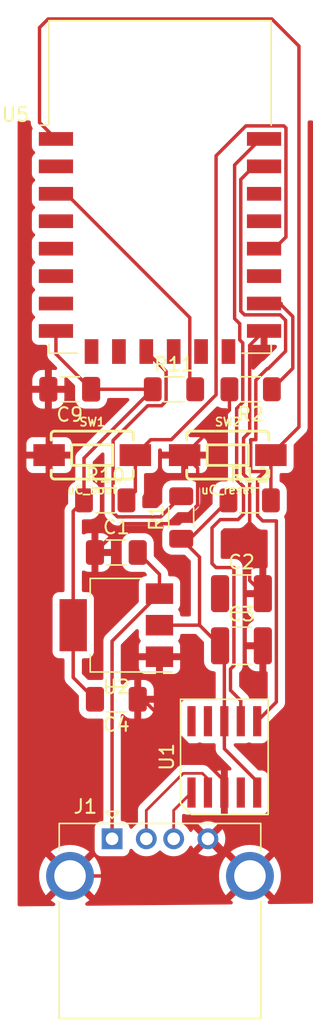
<source format=kicad_pcb>
(kicad_pcb (version 20211014) (generator pcbnew)
  (layers (0 "F.Cu" signal) (31 "B.Cu" signal) (34 "B.Paste" user) (35 "F.Paste" user) (36 "B.SilkS" user "B.Silkscreen") (37 "F.SilkS" user "F.Silkscreen") (38 "B.Mask" user) (39 "F.Mask" user) (44 "Edge.Cuts" user))
  (net 0 "")
  (net 1 "GND")
  (net 2 "Net-(R1-Pad2)")
  (net 3 "Net-(R2-Pad1)")
  (net 5 "+3V3")
  (net 6 "+5V")
  (net 7 "uC_reset")
  (net 12 "uC_boot")
  (net 13 "uC_RX")
  (net 14 "uC_TX")
  (net 18 "D+")
  (net 19 "D-")
  (net 24 "Net-(R11-Pad2)")
  (footprint "Resistor_SMD:R_1206_3216Metric_Pad1.30x1.75mm_HandSolder" (layer "F.Cu") (at 79.3 81)
    (fp_text reference "R10" (at 0 -1.82) (layer "F.SilkS"))
    (fp_text value "10k")
    (fp_line (start -0.727064 -0.91) (end 0.727064 -0.91) (layer "F.SilkS") (width 0.12))
    (fp_line (start -0.727064 0.91) (end 0.727064 0.91) (layer "F.SilkS") (width 0.12))
    (pad "1" smd roundrect (at -1.55 0) (size 1.3 1.75) (layers "F.Cu" "F.Paste" "F.Mask") (roundrect_rratio 0.192308) (net 5 "+3V3"))
    (pad "2" smd roundrect (at 1.55 0) (size 1.3 1.75) (layers "F.Cu" "F.Paste" "F.Mask") (roundrect_rratio 0.192308) (net 12 "uC_boot"))
  )
  (footprint "Capacitor_SMD:C_1206_3216Metric_Pad1.33x1.80mm_HandSolder" (layer "F.Cu") (at 80.111488 84.8)
    (fp_text reference "C1" (at 0 -1.85) (layer "F.SilkS"))
    (fp_text value "22nF")
    (fp_line (start -0.711252 0.91) (end 0.711252 0.91) (layer "F.SilkS") (width 0.12))
    (fp_line (start -0.711252 -0.91) (end 0.711252 -0.91) (layer "F.SilkS") (width 0.12))
    (pad "1" smd roundrect (at -1.5625 0) (size 1.325 1.8) (layers "F.Cu" "F.Paste" "F.Mask") (roundrect_rratio 0.188679) (net 1 "GND"))
    (pad "2" smd roundrect (at 1.5625 0) (size 1.325 1.8) (layers "F.Cu" "F.Paste" "F.Mask") (roundrect_rratio 0.188679) (net 6 "+5V"))
  )
  (footprint "Capacitor_SMD:C_1206_3216Metric_Pad1.33x1.80mm_HandSolder" (layer "F.Cu") (at 80.111488 95.5 180)
    (fp_text reference "C4" (at 0 -1.85) (layer "F.SilkS"))
    (fp_text value "22nF")
    (fp_line (start -0.711252 -0.91) (end 0.711252 -0.91) (layer "F.SilkS") (width 0.12))
    (fp_line (start -0.711252 0.91) (end 0.711252 0.91) (layer "F.SilkS") (width 0.12))
    (pad "1" smd roundrect (at -1.5625 0 180) (size 1.325 1.8) (layers "F.Cu" "F.Paste" "F.Mask") (roundrect_rratio 0.188679) (net 1 "GND"))
    (pad "2" smd roundrect (at 1.5625 0 180) (size 1.325 1.8) (layers "F.Cu" "F.Paste" "F.Mask") (roundrect_rratio 0.188679) (net 5 "+3V3"))
  )
  (footprint "Capacitor_SMD:C_1210_3225Metric_Pad1.33x2.70mm_HandSolder" (layer "F.Cu") (at 89.248988 91.6)
    (fp_text reference "C3" (at 0 -2.3) (layer "F.SilkS"))
    (fp_text value "100nF")
    (fp_line (start -0.711252 -1.36) (end 0.711252 -1.36) (layer "F.SilkS") (width 0.12))
    (fp_line (start -0.711252 1.36) (end 0.711252 1.36) (layer "F.SilkS") (width 0.12))
    (pad "1" smd roundrect (at -1.5625 0) (size 1.325 2.7) (layers "F.Cu" "F.Paste" "F.Mask") (roundrect_rratio 0.188679) (net 5 "+3V3"))
    (pad "2" smd roundrect (at 1.5625 0) (size 1.325 2.7) (layers "F.Cu" "F.Paste" "F.Mask") (roundrect_rratio 0.188679) (net 1 "GND"))
  )
  (footprint "Resistor_SMD:R_1206_3216Metric_Pad1.30x1.75mm_HandSolder" (layer "F.Cu") (at 89.92125 72.9 180)
    (fp_text reference "R2" (at 0 -1.82) (layer "F.SilkS"))
    (fp_text value "10K")
    (fp_line (start -0.727064 0.91) (end 0.727064 0.91) (layer "F.SilkS") (width 0.12))
    (fp_line (start -0.727064 -0.91) (end 0.727064 -0.91) (layer "F.SilkS") (width 0.12))
    (pad "1" smd roundrect (at -1.55 0 180) (size 1.3 1.75) (layers "F.Cu" "F.Paste" "F.Mask") (roundrect_rratio 0.192308) (net 3 "Net-(R2-Pad1)"))
    (pad "2" smd roundrect (at 1.55 0 180) (size 1.3 1.75) (layers "F.Cu" "F.Paste" "F.Mask") (roundrect_rratio 0.192308) (net 1 "GND"))
  )
  (footprint "RF_Module:ESP-12E" (layer "F.Cu") (at 83.3 58.15)
    (fp_text reference "U5" (at -10.56 -5.26) (layer "F.SilkS"))
    (fp_text value "ESP-12F")
    (fp_line (start -8.12 -4.5) (end -8.73 -4.5) (layer "F.SilkS") (width 0.12))
    (fp_line (start 8.12 -12.12) (end 8.12 -4.5) (layer "F.SilkS") (width 0.12))
    (fp_line (start 8.12 12.12) (end 6 12.12) (layer "F.SilkS") (width 0.12))
    (fp_line (start -8.12 12.12) (end -8.12 11.5) (layer "F.SilkS") (width 0.12))
    (fp_line (start -8.12 -4.5) (end -8.12 -12.12) (layer "F.SilkS") (width 0.12))
    (fp_line (start 8.12 11.5) (end 8.12 12.12) (layer "F.SilkS") (width 0.12))
    (fp_line (start -8.12 -12.12) (end 8.12 -12.12) (layer "F.SilkS") (width 0.12))
    (fp_line (start -6 12.12) (end -8.12 12.12) (layer "F.SilkS") (width 0.12))
    (pad "1" smd rect (at -7.6 -3.5) (size 2.5 1) (layers "F.Cu" "F.Paste" "F.Mask") (net 7 "uC_reset"))
    (pad "2" smd rect (at -7.6 -1.5) (size 2.5 1) (layers "F.Cu" "F.Paste" "F.Mask"))
    (pad "3" smd rect (at -7.6 0.5) (size 2.5 1) (layers "F.Cu" "F.Paste" "F.Mask") (net 24 "Net-(R11-Pad2)"))
    (pad "4" smd rect (at -7.6 2.5) (size 2.5 1) (layers "F.Cu" "F.Paste" "F.Mask"))
    (pad "5" smd rect (at -7.6 4.5) (size 2.5 1) (layers "F.Cu" "F.Paste" "F.Mask"))
    (pad "6" smd rect (at -7.6 6.5) (size 2.5 1) (layers "F.Cu" "F.Paste" "F.Mask"))
    (pad "7" smd rect (at -7.6 8.5) (size 2.5 1) (layers "F.Cu" "F.Paste" "F.Mask"))
    (pad "8" smd rect (at -7.6 10.5) (size 2.5 1) (layers "F.Cu" "F.Paste" "F.Mask") (net 5 "+3V3"))
    (pad "9" smd rect (at -5 12) (size 1 1.8) (layers "F.Cu" "F.Paste" "F.Mask"))
    (pad "10" smd rect (at -3 12) (size 1 1.8) (layers "F.Cu" "F.Paste" "F.Mask"))
    (pad "11" smd rect (at -1 12) (size 1 1.8) (layers "F.Cu" "F.Paste" "F.Mask") (net 2 "Net-(R1-Pad2)"))
    (pad "12" smd rect (at 1 12) (size 1 1.8) (layers "F.Cu" "F.Paste" "F.Mask"))
    (pad "13" smd rect (at 3 12) (size 1 1.8) (layers "F.Cu" "F.Paste" "F.Mask"))
    (pad "14" smd rect (at 5 12) (size 1 1.8) (layers "F.Cu" "F.Paste" "F.Mask"))
    (pad "15" smd rect (at 7.6 10.5) (size 2.5 1) (layers "F.Cu" "F.Paste" "F.Mask") (net 1 "GND"))
    (pad "16" smd rect (at 7.6 8.5) (size 2.5 1) (layers "F.Cu" "F.Paste" "F.Mask") (net 3 "Net-(R2-Pad1)"))
    (pad "17" smd rect (at 7.6 6.5) (size 2.5 1) (layers "F.Cu" "F.Paste" "F.Mask"))
    (pad "18" smd rect (at 7.6 4.5) (size 2.5 1) (layers "F.Cu" "F.Paste" "F.Mask") (net 12 "uC_boot"))
    (pad "19" smd rect (at 7.6 2.5) (size 2.5 1) (layers "F.Cu" "F.Paste" "F.Mask"))
    (pad "20" smd rect (at 7.6 0.5) (size 2.5 1) (layers "F.Cu" "F.Paste" "F.Mask"))
    (pad "21" smd rect (at 7.6 -1.5) (size 2.5 1) (layers "F.Cu" "F.Paste" "F.Mask") (net 13 "uC_RX"))
    (pad "22" smd rect (at 7.6 -3.5) (size 2.5 1) (layers "F.Cu" "F.Paste" "F.Mask") (net 14 "uC_TX"))
    (zone (net 0) (net_name "") (layers *.Cu) (connect_pads (clearance 0)) (min_thickness 0.254)
      (keepout (tracks not_allowed) (vias not_allowed) (pads not_allowed) (copperpour not_allowed) (footprints not_allowed))
      (fill (thermal_gap 0.508) (thermal_bridge_width 0.508))
      (polygon (pts (xy 75.18 53.35) (xy 91.42 53.35) (xy 91.42 46.03) (xy 75.18 46.03)))
    )
  )
  (footprint "ch340:SOIC-10" (layer "F.Cu") (at 88 99.7)
    (fp_text reference "U1" (at -4.2 0 90) (layer "F.SilkS"))
    (fp_text value "ch340n")
    (fp_line (start -3.2 3.4) (end -3.2 -4.2) (layer "F.SilkS") (width 0.12))
    (fp_line (start -3.2 -4.2) (end 3.2 -4.2) (layer "F.SilkS") (width 0.12))
    (fp_line (start 3.2 4.2) (end -2.4 4.2) (layer "F.SilkS") (width 0.12))
    (fp_line (start -2.4 4.2) (end -3.2 3.4) (layer "F.SilkS") (width 0.12))
    (fp_line (start 3.2 -4.2) (end 3.2 4.2) (layer "F.SilkS") (width 0.12))
    (pad "1" smd rect (at -2.4 2.6) (size 0.6 2.2) (layers "F.Cu" "F.Paste" "F.Mask") (net 18 "D+"))
    (pad "2" smd rect (at -1.2 2.6) (size 0.6 2.2) (layers "F.Cu" "F.Paste" "F.Mask") (net 19 "D-"))
    (pad "3" smd rect (at 0 2.6) (size 0.6 2.2) (layers "F.Cu" "F.Paste" "F.Mask") (net 1 "GND"))
    (pad "4" smd rect (at 1.2 2.6) (size 0.6 2.2) (layers "F.Cu" "F.Paste" "F.Mask"))
    (pad "5" smd rect (at 2.4 2.6) (size 0.6 2.2) (layers "F.Cu" "F.Paste" "F.Mask") (net 5 "+3V3"))
    (pad "6" smd rect (at 2.4 -2.6) (size 0.6 2.2) (layers "F.Cu" "F.Paste" "F.Mask") (net 13 "uC_RX"))
    (pad "7" smd rect (at 1.2 -2.6) (size 0.6 2.2) (layers "F.Cu" "F.Paste" "F.Mask") (net 14 "uC_TX"))
    (pad "8" smd rect (at 0 -2.6) (size 0.6 2.2) (layers "F.Cu" "F.Paste" "F.Mask") (net 5 "+3V3"))
    (pad "9" smd rect (at -1.2 -2.6) (size 0.6 2.2) (layers "F.Cu" "F.Paste" "F.Mask"))
    (pad "10" smd rect (at -2.4 -2.6) (size 0.6 2.2) (layers "F.Cu" "F.Paste" "F.Mask"))
  )
  (footprint "Resistor_SMD:R_1206_3216Metric_Pad1.30x1.75mm_HandSolder" (layer "F.Cu") (at 84.32125 72.9)
    (fp_text reference "R11" (at 0 -1.82) (layer "F.SilkS"))
    (fp_text value "10K")
    (fp_line (start -0.727064 0.91) (end 0.727064 0.91) (layer "F.SilkS") (width 0.12))
    (fp_line (start -0.727064 -0.91) (end 0.727064 -0.91) (layer "F.SilkS") (width 0.12))
    (pad "1" smd roundrect (at -1.55 0) (size 1.3 1.75) (layers "F.Cu" "F.Paste" "F.Mask") (roundrect_rratio 0.192308) (net 5 "+3V3"))
    (pad "2" smd roundrect (at 1.55 0) (size 1.3 1.75) (layers "F.Cu" "F.Paste" "F.Mask") (roundrect_rratio 0.192308) (net 24 "Net-(R11-Pad2)"))
  )
  (footprint "Capacitor_SMD:C_1210_3225Metric_Pad1.33x2.70mm_HandSolder" (layer "F.Cu") (at 89.248988 87.8)
    (fp_text reference "C2" (at 0 -2.3) (layer "F.SilkS"))
    (fp_text value "100nF")
    (fp_line (start -0.711252 -1.36) (end 0.711252 -1.36) (layer "F.SilkS") (width 0.12))
    (fp_line (start -0.711252 1.36) (end 0.711252 1.36) (layer "F.SilkS") (width 0.12))
    (pad "1" smd roundrect (at -1.5625 0) (size 1.325 2.7) (layers "F.Cu" "F.Paste" "F.Mask") (roundrect_rratio 0.188679) (net 6 "+5V"))
    (pad "2" smd roundrect (at 1.5625 0) (size 1.325 2.7) (layers "F.Cu" "F.Paste" "F.Mask") (roundrect_rratio 0.188679) (net 1 "GND"))
  )
  (footprint "Resistor_SMD:R_1206_3216Metric_Pad1.30x1.75mm_HandSolder" (layer "F.Cu") (at 89.85 81)
    (fp_text reference "R12" (at 0 -1.82) (layer "F.SilkS"))
    (fp_text value "10k")
    (fp_line (start -0.727064 -0.91) (end 0.727064 -0.91) (layer "F.SilkS") (width 0.12))
    (fp_line (start -0.727064 0.91) (end 0.727064 0.91) (layer "F.SilkS") (width 0.12))
    (pad "1" smd roundrect (at -1.55 0) (size 1.3 1.75) (layers "F.Cu" "F.Paste" "F.Mask") (roundrect_rratio 0.192308) (net 5 "+3V3"))
    (pad "2" smd roundrect (at 1.55 0) (size 1.3 1.75) (layers "F.Cu" "F.Paste" "F.Mask") (roundrect_rratio 0.192308) (net 7 "uC_reset"))
  )
  (footprint "Switches:TACTILE_SWITCH_SMD_6.0X3.5MM" (layer "F.Cu") (at 88.25 77.7)
    (fp_text reference "SW2" (at 0 -2.413) (layer "F.SilkS") (effects (font (size 0.6096 0.6096) (thickness 0.127))))
    (fp_text value "uC_reset" (at 0 2.54) (layer "F.SilkS") (effects (font (size 0.6096 0.6096) (thickness 0.127))))
    (fp_line (start 1.4986 0.7493) (end -1.4986 0.7493) (layer "F.SilkS") (width 0.2032))
    (fp_line (start 2.74828 1.74752) (end -2.74828 1.74752) (layer "F.SilkS") (width 0.2032))
    (fp_line (start -2.74828 -1.74752) (end 2.74828 -1.74752) (layer "F.SilkS") (width 0.2032))
    (fp_line (start 2.99974 -1.09982) (end 2.99974 -1.4986) (layer "F.SilkS") (width 0.2032))
    (fp_line (start 2.99974 1.4986) (end 2.99974 1.09982) (layer "F.SilkS") (width 0.2032))
    (fp_line (start -1.4986 -0.7493) (end 1.4986 -0.7493) (layer "F.SilkS") (width 0.2032))
    (fp_line (start 1.4986 0.7493) (end 1.4986 -0.7493) (layer "F.SilkS") (width 0.2032))
    (fp_line (start -2.99974 -1.09982) (end -2.99974 -1.4986) (layer "F.SilkS") (width 0.2032))
    (fp_line (start -2.99974 1.4986) (end -2.99974 1.09982) (layer "F.SilkS") (width 0.2032))
    (fp_line (start -1.4986 0.7493) (end -1.4986 -0.7493) (layer "F.SilkS") (width 0.2032))
    (fp_arc (start -2.99974 -1.4986) (mid -2.926089 -1.676409) (end -2.74828 -1.75006) (layer "F.SilkS") (width 0.2032))
    (fp_arc (start -2.74828 1.74752) (mid -2.924293 1.674613) (end -2.9972 1.4986) (layer "F.SilkS") (width 0.2032))
    (fp_arc (start 2.74828 -1.74752) (mid 2.924293 -1.674613) (end 2.9972 -1.4986) (layer "F.SilkS") (width 0.2032))
    (fp_arc (start 2.99974 1.4986) (mid 2.926089 1.676409) (end 2.74828 1.75006) (layer "F.SilkS") (width 0.2032))
    (pad "1" smd rect locked (at -3.1496 0 180) (size 2.2987 1.59766) (layers "F.Cu" "F.Paste" "F.Mask") (net 1 "GND"))
    (pad "2" smd rect locked (at 3.1496 0 180) (size 2.2987 1.59766) (layers "F.Cu" "F.Paste" "F.Mask") (net 7 "uC_reset"))
  )
  (footprint "Capacitor_SMD:C_1206_3216Metric_Pad1.33x1.80mm_HandSolder" (layer "F.Cu") (at 76.70875 72.9 180)
    (fp_text reference "C9" (at 0 -1.85) (layer "F.SilkS"))
    (fp_text value "100nF")
    (fp_line (start -0.711252 0.91) (end 0.711252 0.91) (layer "F.SilkS") (width 0.12))
    (fp_line (start -0.711252 -0.91) (end 0.711252 -0.91) (layer "F.SilkS") (width 0.12))
    (pad "1" smd roundrect (at -1.5625 0 180) (size 1.325 1.8) (layers "F.Cu" "F.Paste" "F.Mask") (roundrect_rratio 0.188679) (net 5 "+3V3"))
    (pad "2" smd roundrect (at 1.5625 0 180) (size 1.325 1.8) (layers "F.Cu" "F.Paste" "F.Mask") (roundrect_rratio 0.188679) (net 1 "GND"))
  )
  (footprint "Switches:TACTILE_SWITCH_SMD_6.0X3.5MM" (layer "F.Cu") (at 78.35 77.7)
    (fp_text reference "SW1" (at 0 -2.413) (layer "F.SilkS") (effects (font (size 0.6096 0.6096) (thickness 0.127))))
    (fp_text value "uC_boot" (at 0 2.54) (layer "F.SilkS") (effects (font (size 0.6096 0.6096) (thickness 0.127))))
    (fp_line (start -1.4986 0.7493) (end -1.4986 -0.7493) (layer "F.SilkS") (width 0.2032))
    (fp_line (start 1.4986 0.7493) (end 1.4986 -0.7493) (layer "F.SilkS") (width 0.2032))
    (fp_line (start 2.74828 1.74752) (end -2.74828 1.74752) (layer "F.SilkS") (width 0.2032))
    (fp_line (start -2.99974 -1.09982) (end -2.99974 -1.4986) (layer "F.SilkS") (width 0.2032))
    (fp_line (start 1.4986 0.7493) (end -1.4986 0.7493) (layer "F.SilkS") (width 0.2032))
    (fp_line (start 2.99974 1.4986) (end 2.99974 1.09982) (layer "F.SilkS") (width 0.2032))
    (fp_line (start 2.99974 -1.09982) (end 2.99974 -1.4986) (layer "F.SilkS") (width 0.2032))
    (fp_line (start -2.74828 -1.74752) (end 2.74828 -1.74752) (layer "F.SilkS") (width 0.2032))
    (fp_line (start -2.99974 1.4986) (end -2.99974 1.09982) (layer "F.SilkS") (width 0.2032))
    (fp_line (start -1.4986 -0.7493) (end 1.4986 -0.7493) (layer "F.SilkS") (width 0.2032))
    (fp_arc (start 2.74828 -1.74752) (mid 2.924293 -1.674613) (end 2.9972 -1.4986) (layer "F.SilkS") (width 0.2032))
    (fp_arc (start 2.99974 1.4986) (mid 2.926089 1.676409) (end 2.74828 1.75006) (layer "F.SilkS") (width 0.2032))
    (fp_arc (start -2.74828 1.74752) (mid -2.924293 1.674613) (end -2.9972 1.4986) (layer "F.SilkS") (width 0.2032))
    (fp_arc (start -2.99974 -1.4986) (mid -2.926089 -1.676409) (end -2.74828 -1.75006) (layer "F.SilkS") (width 0.2032))
    (pad "1" smd rect locked (at -3.1496 0 180) (size 2.2987 1.59766) (layers "F.Cu" "F.Paste" "F.Mask") (net 1 "GND"))
    (pad "2" smd rect locked (at 3.1496 0 180) (size 2.2987 1.59766) (layers "F.Cu" "F.Paste" "F.Mask") (net 12 "uC_boot"))
  )
  (footprint "Resistor_SMD:R_1206_3216Metric_Pad1.30x1.75mm_HandSolder" (layer "F.Cu") (at 84.85 82.25 90)
    (fp_text reference "R1" (at 0 -1.82 90) (layer "F.SilkS"))
    (fp_text value "10K")
    (fp_line (start -0.727064 0.91) (end 0.727064 0.91) (layer "F.SilkS") (width 0.12))
    (fp_line (start -0.727064 -0.91) (end 0.727064 -0.91) (layer "F.SilkS") (width 0.12))
    (pad "1" smd roundrect (at -1.55 0 90) (size 1.3 1.75) (layers "F.Cu" "F.Paste" "F.Mask") (roundrect_rratio 0.192308) (net 5 "+3V3"))
    (pad "2" smd roundrect (at 1.55 0 90) (size 1.3 1.75) (layers "F.Cu" "F.Paste" "F.Mask") (roundrect_rratio 0.192308) (net 2 "Net-(R1-Pad2)"))
  )
  (footprint "Package_TO_SOT_SMD:SOT-223-3_TabPin2" (layer "F.Cu") (at 80.111488 90.1 180)
    (fp_text reference "U2" (at 0 -4.5) (layer "F.SilkS"))
    (fp_text value "AMS1117-3.3")
    (fp_line (start 1.91 3.41) (end 1.91 2.15) (layer "F.SilkS") (width 0.12))
    (fp_line (start -4.1 -3.41) (end 1.91 -3.41) (layer "F.SilkS") (width 0.12))
    (fp_line (start 1.91 -3.41) (end 1.91 -2.15) (layer "F.SilkS") (width 0.12))
    (fp_line (start -1.85 3.41) (end 1.91 3.41) (layer "F.SilkS") (width 0.12))
    (pad "1" smd rect (at -3.15 -2.3 180) (size 2 1.5) (layers "F.Cu" "F.Paste" "F.Mask") (net 1 "GND"))
    (pad "2" smd rect (at -3.15 0 180) (size 2 1.5) (layers "F.Cu" "F.Paste" "F.Mask") (net 5 "+3V3"))
    (pad "2" smd rect (at 3.15 0 180) (size 2 3.8) (layers "F.Cu" "F.Paste" "F.Mask") (net 5 "+3V3"))
    (pad "3" smd rect (at -3.15 2.3 180) (size 2 1.5) (layers "F.Cu" "F.Paste" "F.Mask") (net 6 "+5V"))
  )
  (footprint "Connector_USB:USB_A_CONNFLY_DS1095-WNR0" (layer "F.Cu") (at 79.8 105.6725)
    (fp_text reference "J1" (at -1.95 -2.35) (layer "F.SilkS"))
    (fp_text value "USB_A")
    (fp_line (start -3.86 -1.12) (end -3.86 0.86) (layer "F.SilkS") (width 0.12))
    (fp_line (start 0.5 -2) (end -0.5 -2) (layer "F.SilkS") (width 0.12))
    (fp_line (start -0.5 -2) (end 0 -1.5) (layer "F.SilkS") (width 0.12))
    (fp_line (start 0 -1.5) (end 0.5 -2) (layer "F.SilkS") (width 0.12))
    (fp_line (start 10.86 0.86) (end 10.86 -1.12) (layer "F.SilkS") (width 0.12))
    (fp_line (start 10.86 4.56) (end 10.86 13.1) (layer "F.SilkS") (width 0.12))
    (fp_line (start -3.86 4.56) (end -3.86 13.1) (layer "F.SilkS") (width 0.12))
    (fp_line (start -3.86 -1.12) (end 10.86 -1.12) (layer "F.SilkS") (width 0.12))
    (fp_line (start -3.86 13.1) (end 10.86 13.1) (layer "F.SilkS") (width 0.12))
    (pad "1" thru_hole rect locked (at 0 0) (size 1.524 1.524) (drill 0.92) (layers *.Cu *.Mask) (net 6 "+5V"))
    (pad "2" thru_hole circle locked (at 2.5 0) (size 1.524 1.524) (drill 0.92) (layers *.Cu *.Mask) (net 19 "D-"))
    (pad "3" thru_hole circle locked (at 4.5 0) (size 1.524 1.524) (drill 0.92) (layers *.Cu *.Mask) (net 18 "D+"))
    (pad "4" thru_hole circle locked (at 7 0) (size 1.524 1.524) (drill 0.92) (layers *.Cu *.Mask) (net 1 "GND"))
    (pad "5" thru_hole circle locked (at 10.07 2.71) (size 3.5 3.5) (drill 2.3) (layers *.Cu *.Mask) (net 1 "GND"))
    (pad "5" thru_hole circle locked (at -3.07 2.71) (size 3.5 3.5) (drill 2.3) (layers *.Cu *.Mask) (net 1 "GND"))
  )
  (segment (start 89.87 108.3825) (end 87.16 105.6725) (width 0.25) (layer "F.Cu") (net 1))
  (segment (start 89.4 79.1) (end 89.84952 79.54952) (width 0.25) (layer "F.Cu") (net 1))
  (segment (start 86.04952 81.337973) (end 84.687493 82.7) (width 0.25) (layer "F.Cu") (net 1))
  (segment (start 88 101.450978) (end 82.049022 95.5) (width 0.25) (layer "F.Cu") (net 1))
  (segment (start 88.37125 74.42915) (end 85.1004 77.7) (width 0.25) (layer "F.Cu") (net 1))
  (segment (start 82.049022 95.5) (end 81.673988 95.5) (width 0.25) (layer "F.Cu") (net 1))
  (segment (start 89.85048 76.016201) (end 89.4 76.466681) (width 0.25) (layer "F.Cu") (net 1))
  (segment (start 80.648988 82.7) (end 78.548988 84.8) (width 0.25) (layer "F.Cu") (net 1))
  (segment (start 88.37125 72.9) (end 88.37125 74.42915) (width 0.25) (layer "F.Cu") (net 1))
  (segment (start 76.73 108.3825) (end 84.09 108.3825) (width 0.25) (layer "F.Cu") (net 1))
  (segment (start 85.1004 77.7) (end 86.04952 78.64912) (width 0.25) (layer "F.Cu") (net 1))
  (segment (start 90.9 68.65) (end 89.85048 69.69952) (width 0.25) (layer "F.Cu") (net 1))
  (segment (start 89.85048 69.69952) (end 89.85048 76.016201) (width 0.25) (layer "F.Cu") (net 1))
  (segment (start 89.84952 79.54952) (end 89.84952 86.838032) (width 0.25) (layer "F.Cu") (net 1))
  (segment (start 89.4 76.466681) (end 89.4 79.1) (width 0.25) (layer "F.Cu") (net 1))
  (segment (start 84.09 108.3825) (end 86.8 105.6725) (width 0.25) (layer "F.Cu") (net 1))
  (segment (start 88 104.4725) (end 88 102.3) (width 0.25) (layer "F.Cu") (net 1))
  (segment (start 84.687493 82.7) (end 80.648988 82.7) (width 0.25) (layer "F.Cu") (net 1))
  (segment (start 88 102.3) (end 88 101.450978) (width 0.25) (layer "F.Cu") (net 1))
  (segment (start 86.04952 78.64912) (end 86.04952 81.337973) (width 0.25) (layer "F.Cu") (net 1))
  (segment (start 89.84952 86.838032) (end 90.811488 87.8) (width 0.25) (layer "F.Cu") (net 1))
  (segment (start 86.8 105.6725) (end 88 104.4725) (width 0.25) (layer "F.Cu") (net 1))
  (segment (start 87.16 105.6725) (end 86.8 105.6725) (width 0.25) (layer "F.Cu") (net 1))
  (segment (start 82.402398 74.09952) (end 83.409223 74.09952) (width 0.25) (layer "F.Cu") (net 2))
  (segment (start 83.35048 82.19952) (end 80.19952 82.19952) (width 0.25) (layer "F.Cu") (net 2))
  (segment (start 83.74577 73.762973) (end 83.74577 71.59577) (width 0.25) (layer "F.Cu") (net 2))
  (segment (start 84.85 80.7) (end 83.35048 82.19952) (width 0.25) (layer "F.Cu") (net 2))
  (segment (start 79.87548 81.87548) (end 79.87548 76.626438) (width 0.25) (layer "F.Cu") (net 2))
  (segment (start 83.74577 71.59577) (end 82.3 70.15) (width 0.25) (layer "F.Cu") (net 2))
  (segment (start 79.87548 76.626438) (end 82.402398 74.09952) (width 0.25) (layer "F.Cu") (net 2))
  (segment (start 83.409223 74.09952) (end 83.74577 73.762973) (width 0.25) (layer "F.Cu") (net 2))
  (segment (start 80.19952 82.19952) (end 79.87548 81.87548) (width 0.25) (layer "F.Cu") (net 2))
  (segment (start 90.9 66.65) (end 92.05 66.65) (width 0.25) (layer "F.Cu") (net 3))
  (segment (start 93 71.37125) (end 91.47125 72.9) (width 0.25) (layer "F.Cu") (net 3))
  (segment (start 92.05 66.65) (end 93 67.6) (width 0.25) (layer "F.Cu") (net 3))
  (segment (start 93 67.6) (end 93 71.37125) (width 0.25) (layer "F.Cu") (net 3))
  (segment (start 92.15 66.65) (end 90.9 66.65) (width 0.25) (layer "F.Cu") (net 3))
  (segment (start 76.961488 81.788512) (end 76.961488 90.1) (width 0.25) (layer "F.Cu") (net 5))
  (segment (start 86.186488 90.1) (end 86.186488 85.136488) (width 0.25) (layer "F.Cu") (net 5))
  (segment (start 82.77125 72.9) (end 78.27125 72.9) (width 0.25) (layer "F.Cu") (net 5))
  (segment (start 90.4 101.5) (end 88 99.1) (width 0.25) (layer "F.Cu") (net 5))
  (segment (start 77.75 81) (end 76.961488 81.788512) (width 0.25) (layer "F.Cu") (net 5))
  (segment (start 82.77125 72.9) (end 77.75 77.92125) (width 0.25) (layer "F.Cu") (net 5))
  (segment (start 88 97.1) (end 88 91.913512) (width 0.25) (layer "F.Cu") (net 5))
  (segment (start 76.961488 93.9125) (end 76.961488 90.1) (width 0.25) (layer "F.Cu") (net 5))
  (segment (start 88 91.913512) (end 87.686488 91.6) (width 0.25) (layer "F.Cu") (net 5))
  (segment (start 78.548988 95.5) (end 76.961488 93.9125) (width 0.25) (layer "F.Cu") (net 5))
  (segment (start 90.4 102.3) (end 90.4 101.5) (width 0.25) (layer "F.Cu") (net 5))
  (segment (start 78.27125 72.9) (end 75.7 70.32875) (width 0.25) (layer "F.Cu") (net 5))
  (segment (start 86.186488 90.1) (end 87.686488 91.6) (width 0.25) (layer "F.Cu") (net 5))
  (segment (start 75.7 70.32875) (end 75.7 68.65) (width 0.25) (layer "F.Cu") (net 5))
  (segment (start 86.186488 85.136488) (end 84.85 83.8) (width 0.25) (layer "F.Cu") (net 5))
  (segment (start 83.261488 90.1) (end 86.186488 90.1) (width 0.25) (layer "F.Cu") (net 5))
  (segment (start 77.75 77.92125) (end 77.75 81) (width 0.25) (layer "F.Cu") (net 5))
  (segment (start 85.5 83.8) (end 88.3 81) (width 0.25) (layer "F.Cu") (net 5))
  (segment (start 84.85 83.8) (end 85.5 83.8) (width 0.25) (layer "F.Cu") (net 5))
  (segment (start 88 99.1) (end 88 97.1) (width 0.25) (layer "F.Cu") (net 5))
  (segment (start 79.8 105.6725) (end 79.8 91.261488) (width 0.25) (layer "F.Cu") (net 6))
  (segment (start 83.261488 87.8) (end 83.261488 86.3875) (width 0.25) (layer "F.Cu") (net 6))
  (segment (start 83.261488 86.3875) (end 81.673988 84.8) (width 0.25) (layer "F.Cu") (net 6))
  (segment (start 79.8 91.261488) (end 83.261488 87.8) (width 0.25) (layer "F.Cu") (net 6))
  (segment (start 75.128216 45.90498) (end 74.5 46.533196) (width 0.25) (layer "F.Cu") (net 7))
  (segment (start 91.3996 80.9996) (end 91.3996 77.7) (width 0.25) (layer "F.Cu") (net 7))
  (segment (start 93.44952 47.882716) (end 91.471784 45.90498) (width 0.25) (layer "F.Cu") (net 7))
  (segment (start 91.3996 77.7) (end 93.44952 75.65008) (width 0.25) (layer "F.Cu") (net 7))
  (segment (start 91.471784 45.90498) (end 75.128216 45.90498) (width 0.25) (layer "F.Cu") (net 7))
  (segment (start 74.5 46.533196) (end 74.5 53.45) (width 0.25) (layer "F.Cu") (net 7))
  (segment (start 74.5 53.45) (end 75.7 54.65) (width 0.25) (layer "F.Cu") (net 7))
  (segment (start 93.44952 75.65008) (end 93.44952 47.882716) (width 0.25) (layer "F.Cu") (net 7))
  (segment (start 91.4 81) (end 91.3996 80.9996) (width 0.25) (layer "F.Cu") (net 7))
  (segment (start 89.57502 53.7) (end 92.349022 53.7) (width 0.25) (layer "F.Cu") (net 12))
  (segment (start 91.65 62.65) (end 90.9 62.65) (width 0.25) (layer "F.Cu") (net 12))
  (segment (start 92.349022 53.7) (end 92.5 53.850978) (width 0.25) (layer "F.Cu") (net 12))
  (segment (start 82.622941 76.576659) (end 84.123341 76.576659) (width 0.25) (layer "F.Cu") (net 12))
  (segment (start 87.39673 55.87829) (end 89.57502 53.7) (width 0.25) (layer "F.Cu") (net 12))
  (segment (start 81.4996 77.7) (end 82.622941 76.576659) (width 0.25) (layer "F.Cu") (net 12))
  (segment (start 81.4996 80.3504) (end 80.85 81) (width 0.25) (layer "F.Cu") (net 12))
  (segment (start 87.39673 73.30327) (end 87.39673 55.87829) (width 0.25) (layer "F.Cu") (net 12))
  (segment (start 84.123341 76.576659) (end 87.39673 73.30327) (width 0.25) (layer "F.Cu") (net 12))
  (segment (start 81.4996 77.7) (end 81.4996 80.3504) (width 0.25) (layer "F.Cu") (net 12))
  (segment (start 92.5 61.8) (end 91.65 62.65) (width 0.25) (layer "F.Cu") (net 12))
  (segment (start 92.5 53.850978) (end 92.5 61.8) (width 0.25) (layer "F.Cu") (net 12))
  (segment (start 91.133757 71.4) (end 91.2 71.4) (width 0.25) (layer "F.Cu") (net 13))
  (segment (start 89.2 57.6) (end 90.15 56.65) (width 0.25) (layer "F.Cu") (net 13))
  (segment (start 90.002398 78.9) (end 89.925739 78.823341) (width 0.25) (layer "F.Cu") (net 13))
  (segment (start 92.474511 67.874511) (end 92.074511 67.474511) (width 0.25) (layer "F.Cu") (net 13))
  (segment (start 89.2 67.2) (end 89.2 57.6) (width 0.25) (layer "F.Cu") (net 13))
  (segment (start 89.474511 67.474511) (end 89.2 67.2) (width 0.25) (layer "F.Cu") (net 13))
  (segment (start 90.4 97.1) (end 90.4 96.3) (width 0.25) (layer "F.Cu") (net 13))
  (segment (start 90.42548 82.12548) (end 90.42548 79.4246) (width 0.25) (layer "F.Cu") (net 13))
  (segment (start 90.15 56.65) (end 90.9 56.65) (width 0.25) (layer "F.Cu") (net 13))
  (segment (start 90.798508 82.498508) (end 90.42548 82.12548) (width 0.25) (layer "F.Cu") (net 13))
  (segment (start 91.798508 82.498508) (end 90.798508 82.498508) (width 0.25) (layer "F.Cu") (net 13))
  (segment (start 90.3 72.233757) (end 91.133757 71.4) (width 0.25) (layer "F.Cu") (net 13))
  (segment (start 91.798508 95.701492) (end 91.798508 82.498508) (width 0.25) (layer "F.Cu") (net 13))
  (segment (start 90.3 76.576659) (end 90.3 72.233757) (width 0.25) (layer "F.Cu") (net 13))
  (segment (start 90.4 97.1) (end 91.798508 95.701492) (width 0.25) (layer "F.Cu") (net 13))
  (segment (start 92.474511 70.125489) (end 92.474511 67.874511) (width 0.25) (layer "F.Cu") (net 13))
  (segment (start 90.42548 79.4246) (end 90.95008 78.9) (width 0.25) (layer "F.Cu") (net 13))
  (segment (start 91.2 71.4) (end 92.474511 70.125489) (width 0.25) (layer "F.Cu") (net 13))
  (segment (start 89.925739 76.576659) (end 90.3 76.576659) (width 0.25) (layer "F.Cu") (net 13))
  (segment (start 92.074511 67.474511) (end 89.474511 67.474511) (width 0.25) (layer "F.Cu") (net 13))
  (segment (start 89.925739 78.823341) (end 89.925739 76.576659) (width 0.25) (layer "F.Cu") (net 13))
  (segment (start 90.95008 78.9) (end 90.002398 78.9) (width 0.25) (layer "F.Cu") (net 13))
  (segment (start 90.9 54.65) (end 90.65 54.65) (width 0.25) (layer "F.Cu") (net 14))
  (segment (start 90.65 54.65) (end 88.75048 56.54952) (width 0.25) (layer "F.Cu") (net 14))
  (segment (start 87.7 82.4) (end 87.1 83) (width 0.25) (layer "F.Cu") (net 14))
  (segment (start 88.44952 93.3) (end 88.44952 94.84952) (width 0.25) (layer "F.Cu") (net 14))
  (segment (start 87.4 85.9) (end 88.7 85.9) (width 0.25) (layer "F.Cu") (net 14))
  (segment (start 89.4 82) (end 89 82.4) (width 0.25) (layer "F.Cu") (net 14))
  (segment (start 88.9 79.5) (end 89.4 80) (width 0.25) (layer "F.Cu") (net 14))
  (segment (start 89.34577 69.521259) (end 89.34577 73.85423) (width 0.25) (layer "F.Cu") (net 14))
  (segment (start 88.7 85.9) (end 88.7 93.04952) (width 0.25) (layer "F.Cu") (net 14))
  (segment (start 89.4 80) (end 89.4 82) (width 0.25) (layer "F.Cu") (net 14))
  (segment (start 88.44952 94.84952) (end 89.2 95.6) (width 0.25) (layer "F.Cu") (net 14))
  (segment (start 88.9 74.3) (end 88.9 79.5) (width 0.25) (layer "F.Cu") (net 14))
  (segment (start 89.2 95.6) (end 89.2 97.1) (width 0.25) (layer "F.Cu") (net 14))
  (segment (start 89.124511 68.124511) (end 89.124511 69.3) (width 0.25) (layer "F.Cu") (net 14))
  (segment (start 88.7 93.04952) (end 88.44952 93.3) (width 0.25) (layer "F.Cu") (net 14))
  (segment (start 89.2 97.1) (end 89.34577 96.95423) (width 0.25) (layer "F.Cu") (net 14))
  (segment (start 90.15 54.65) (end 90.9 54.65) (width 0.25) (layer "F.Cu") (net 14))
  (segment (start 89 82.4) (end 87.7 82.4) (width 0.25) (layer "F.Cu") (net 14))
  (segment (start 89.124511 69.3) (end 89.34577 69.521259) (width 0.25) (layer "F.Cu") (net 14))
  (segment (start 87.1 85.6) (end 87.4 85.9) (width 0.25) (layer "F.Cu") (net 14))
  (segment (start 89.34577 73.85423) (end 88.9 74.3) (width 0.25) (layer "F.Cu") (net 14))
  (segment (start 88.75048 56.54952) (end 88.75048 67.75048) (width 0.25) (layer "F.Cu") (net 14))
  (segment (start 87.1 83) (end 87.1 85.6) (width 0.25) (layer "F.Cu") (net 14))
  (segment (start 88.75048 67.75048) (end 89.124511 68.124511) (width 0.25) (layer "F.Cu") (net 14))
  (segment (start 84.3 105.6725) (end 84.3 103.6) (width 0.2) (layer "F.Cu") (net 18))
  (segment (start 84.3 103.6) (end 85.6 102.3) (width 0.2) (layer "F.Cu") (net 18))
  (segment (start 86.400489 100.900489) (end 86.8 101.3) (width 0.2) (layer "F.Cu") (net 19))
  (segment (start 86.8 101.3) (end 86.8 102.3) (width 0.2) (layer "F.Cu") (net 19))
  (segment (start 82.3 103.600978) (end 85.000489 100.900489) (width 0.2) (layer "F.Cu") (net 19))
  (segment (start 85.000489 100.900489) (end 86.400489 100.900489) (width 0.2) (layer "F.Cu") (net 19))
  (segment (start 82.3 105.6725) (end 82.3 103.600978) (width 0.2) (layer "F.Cu") (net 19))
  (segment (start 76.45 58.65) (end 75.7 58.65) (width 0.25) (layer "F.Cu") (net 24))
  (segment (start 85.87125 72.9) (end 85.475489 72.504239) (width 0.25) (layer "F.Cu") (net 24))
  (segment (start 85.475489 72.504239) (end 85.475489 67.675489) (width 0.25) (layer "F.Cu") (net 24))
  (segment (start 85.475489 67.675489) (end 76.45 58.65) (width 0.25) (layer "F.Cu") (net 24))
  (zone (net 1) (net_name "GND") (layer "F.Cu") (connect_pads (clearance 0.508)) (min_thickness 0.254) (fill yes (thermal_gap 0.508) (thermal_bridge_width 0.508))
    (polygon (pts (xy 94.5 110.4) (xy 72.9 110.6) (xy 72.9 53.3) (xy 94.5 53.3)))
  )
)
</source>
